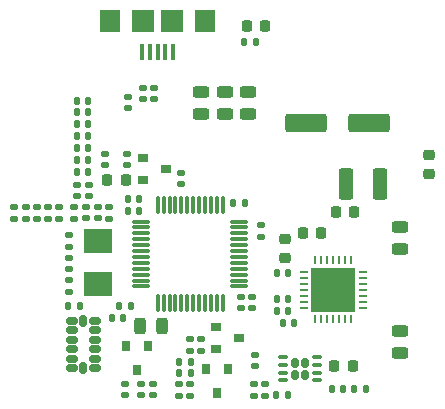
<source format=gtp>
G04 #@! TF.GenerationSoftware,KiCad,Pcbnew,5.99.0-unknown-e8102d85dc~128~ubuntu20.04.1*
G04 #@! TF.CreationDate,2021-05-23T19:45:16-07:00*
G04 #@! TF.ProjectId,Huvud,48757675-642e-46b6-9963-61645f706362,rev?*
G04 #@! TF.SameCoordinates,PXad91980PY876bf80*
G04 #@! TF.FileFunction,Paste,Top*
G04 #@! TF.FilePolarity,Positive*
%FSLAX46Y46*%
G04 Gerber Fmt 4.6, Leading zero omitted, Abs format (unit mm)*
G04 Created by KiCad (PCBNEW 5.99.0-unknown-e8102d85dc~128~ubuntu20.04.1) date 2021-05-23 19:45:16*
%MOMM*%
%LPD*%
G01*
G04 APERTURE LIST*
G04 Aperture macros list*
%AMRoundRect*
0 Rectangle with rounded corners*
0 $1 Rounding radius*
0 $2 $3 $4 $5 $6 $7 $8 $9 X,Y pos of 4 corners*
0 Add a 4 corners polygon primitive as box body*
4,1,4,$2,$3,$4,$5,$6,$7,$8,$9,$2,$3,0*
0 Add four circle primitives for the rounded corners*
1,1,$1+$1,$2,$3*
1,1,$1+$1,$4,$5*
1,1,$1+$1,$6,$7*
1,1,$1+$1,$8,$9*
0 Add four rect primitives between the rounded corners*
20,1,$1+$1,$2,$3,$4,$5,0*
20,1,$1+$1,$4,$5,$6,$7,0*
20,1,$1+$1,$6,$7,$8,$9,0*
20,1,$1+$1,$8,$9,$2,$3,0*%
G04 Aperture macros list end*
%ADD10RoundRect,0.147500X0.172500X-0.147500X0.172500X0.147500X-0.172500X0.147500X-0.172500X-0.147500X0*%
%ADD11RoundRect,0.147500X-0.172500X0.147500X-0.172500X-0.147500X0.172500X-0.147500X0.172500X0.147500X0*%
%ADD12R,2.400000X2.000000*%
%ADD13RoundRect,0.147500X-0.147500X-0.172500X0.147500X-0.172500X0.147500X0.172500X-0.147500X0.172500X0*%
%ADD14RoundRect,0.147500X0.147500X0.172500X-0.147500X0.172500X-0.147500X-0.172500X0.147500X-0.172500X0*%
%ADD15RoundRect,0.075000X-0.662500X-0.075000X0.662500X-0.075000X0.662500X0.075000X-0.662500X0.075000X0*%
%ADD16RoundRect,0.075000X-0.075000X-0.662500X0.075000X-0.662500X0.075000X0.662500X-0.075000X0.662500X0*%
%ADD17RoundRect,0.243750X0.243750X0.456250X-0.243750X0.456250X-0.243750X-0.456250X0.243750X-0.456250X0*%
%ADD18R,0.900000X0.800000*%
%ADD19RoundRect,0.218750X0.218750X0.256250X-0.218750X0.256250X-0.218750X-0.256250X0.218750X-0.256250X0*%
%ADD20RoundRect,0.218750X-0.218750X-0.256250X0.218750X-0.256250X0.218750X0.256250X-0.218750X0.256250X0*%
%ADD21RoundRect,0.243750X-0.456250X0.243750X-0.456250X-0.243750X0.456250X-0.243750X0.456250X0.243750X0*%
%ADD22RoundRect,0.243750X0.456250X-0.243750X0.456250X0.243750X-0.456250X0.243750X-0.456250X-0.243750X0*%
%ADD23R,0.400000X1.350000*%
%ADD24R,1.800000X1.900000*%
%ADD25R,1.900000X1.900000*%
%ADD26R,0.250000X0.800000*%
%ADD27R,0.800000X0.250000*%
%ADD28R,3.700000X3.700000*%
%ADD29R,0.800000X0.900000*%
%ADD30RoundRect,0.172500X-0.172500X-0.242500X0.172500X-0.242500X0.172500X0.242500X-0.172500X0.242500X0*%
%ADD31RoundRect,0.075000X-0.325000X-0.075000X0.325000X-0.075000X0.325000X0.075000X-0.325000X0.075000X0*%
%ADD32RoundRect,0.250000X-0.375000X-1.075000X0.375000X-1.075000X0.375000X1.075000X-0.375000X1.075000X0*%
%ADD33RoundRect,0.218750X0.256250X-0.218750X0.256250X0.218750X-0.256250X0.218750X-0.256250X-0.218750X0*%
%ADD34RoundRect,0.250000X1.500000X0.550000X-1.500000X0.550000X-1.500000X-0.550000X1.500000X-0.550000X0*%
%ADD35RoundRect,0.150000X-0.325000X-0.150000X0.325000X-0.150000X0.325000X0.150000X-0.325000X0.150000X0*%
%ADD36RoundRect,0.150000X-0.150000X-0.325000X0.150000X-0.325000X0.150000X0.325000X-0.150000X0.325000X0*%
G04 APERTURE END LIST*
D10*
X6050000Y16215000D03*
X6050000Y17185000D03*
D11*
X12150000Y8435000D03*
X12150000Y7465000D03*
D12*
X8450000Y16850000D03*
X8450000Y20550000D03*
D13*
X11015000Y23100000D03*
X11985000Y23100000D03*
D14*
X20885000Y23700000D03*
X19915000Y23700000D03*
D13*
X6665000Y28400000D03*
X7635000Y28400000D03*
D11*
X6050000Y20985000D03*
X6050000Y20015000D03*
D14*
X7635000Y32400000D03*
X6665000Y32400000D03*
D15*
X12121100Y22166900D03*
X12121100Y21666900D03*
X12121100Y21166900D03*
X12121100Y20666900D03*
X12121100Y20166900D03*
X12121100Y19666900D03*
X12121100Y19166900D03*
X12121100Y18666900D03*
X12121100Y18166900D03*
X12121100Y17666900D03*
X12121100Y17166900D03*
X12121100Y16666900D03*
D16*
X13533600Y15254400D03*
X14033600Y15254400D03*
X14533600Y15254400D03*
X15033600Y15254400D03*
X15533600Y15254400D03*
X16033600Y15254400D03*
X16533600Y15254400D03*
X17033600Y15254400D03*
X17533600Y15254400D03*
X18033600Y15254400D03*
X18533600Y15254400D03*
X19033600Y15254400D03*
D15*
X20446100Y16666900D03*
X20446100Y17166900D03*
X20446100Y17666900D03*
X20446100Y18166900D03*
X20446100Y18666900D03*
X20446100Y19166900D03*
X20446100Y19666900D03*
X20446100Y20166900D03*
X20446100Y20666900D03*
X20446100Y21166900D03*
X20446100Y21666900D03*
X20446100Y22166900D03*
D16*
X19033600Y23579400D03*
X18533600Y23579400D03*
X18033600Y23579400D03*
X17533600Y23579400D03*
X17033600Y23579400D03*
X16533600Y23579400D03*
X16033600Y23579400D03*
X15533600Y23579400D03*
X15033600Y23579400D03*
X14533600Y23579400D03*
X14033600Y23579400D03*
X13533600Y23579400D03*
D13*
X11015000Y24050000D03*
X11985000Y24050000D03*
D17*
X13937500Y13300000D03*
X12062500Y13300000D03*
D13*
X6665000Y31400000D03*
X7635000Y31400000D03*
D11*
X3300000Y23385000D03*
X3300000Y22415000D03*
D10*
X20550000Y14815000D03*
X20550000Y15785000D03*
X21500000Y14815000D03*
X21500000Y15785000D03*
D13*
X6665000Y29400000D03*
X7635000Y29400000D03*
D14*
X7635000Y30400000D03*
X6665000Y30400000D03*
D10*
X16250000Y11215000D03*
X16250000Y12185000D03*
X21650000Y7435000D03*
X21650000Y8405000D03*
D13*
X28265000Y8000000D03*
X29235000Y8000000D03*
D18*
X18450000Y13250000D03*
X18450000Y11350000D03*
X20450000Y12300000D03*
D10*
X15350000Y7415000D03*
X15350000Y8385000D03*
X22600000Y7435000D03*
X22600000Y8405000D03*
D14*
X24585000Y17800000D03*
X23615000Y17800000D03*
X25085000Y13600000D03*
X24115000Y13600000D03*
D19*
X30187500Y22950000D03*
X28612500Y22950000D03*
D20*
X25812500Y21175000D03*
X27387500Y21175000D03*
D19*
X30037500Y9900000D03*
X28462500Y9900000D03*
D21*
X34050000Y21737500D03*
X34050000Y19862500D03*
D22*
X34050000Y11062500D03*
X34050000Y12937500D03*
D10*
X10750000Y7465000D03*
X10750000Y8435000D03*
D23*
X14825400Y36505800D03*
X14175400Y36505800D03*
X13525400Y36505800D03*
X12875400Y36505800D03*
X12225400Y36505800D03*
D24*
X9525400Y39180800D03*
D25*
X12325400Y39180800D03*
D24*
X17525400Y39180800D03*
D25*
X14725400Y39180800D03*
D10*
X16300000Y7415000D03*
X16300000Y8385000D03*
D14*
X31135000Y8000000D03*
X30165000Y8000000D03*
D10*
X2350000Y22415000D03*
X2350000Y23385000D03*
D11*
X17200000Y12185000D03*
X17200000Y11215000D03*
D26*
X29887800Y18875200D03*
X29387801Y18875200D03*
X28887799Y18875200D03*
X28387800Y18875200D03*
X27887801Y18875200D03*
X27387799Y18875200D03*
X26887800Y18875200D03*
D27*
X25887800Y17875200D03*
X25887800Y17375201D03*
X25887800Y16875199D03*
X25887800Y16375200D03*
X25887800Y15875201D03*
X25887800Y15375199D03*
X25887800Y14875200D03*
D26*
X26887800Y13875200D03*
X27387799Y13875200D03*
X27887801Y13875200D03*
X28387800Y13875200D03*
X28887799Y13875200D03*
X29387801Y13875200D03*
X29887800Y13875200D03*
D27*
X30887800Y14875200D03*
X30887800Y15375199D03*
X30887800Y15875201D03*
X30887800Y16375200D03*
X30887800Y16875199D03*
X30887800Y17375201D03*
X30887800Y17875200D03*
D28*
X28387800Y16375200D03*
D29*
X12750000Y11600000D03*
X10850000Y11600000D03*
X11800000Y9600000D03*
D10*
X7700000Y24315000D03*
X7700000Y25285000D03*
D14*
X7635000Y27400000D03*
X6665000Y27400000D03*
X7635000Y26400000D03*
X6665000Y26400000D03*
X24585000Y15600000D03*
X23615000Y15600000D03*
D13*
X23615000Y14600000D03*
X24585000Y14600000D03*
D30*
X25175000Y9190000D03*
X25175000Y10210000D03*
X26025000Y10210000D03*
X26025000Y9190000D03*
D31*
X24150000Y10675000D03*
X24150000Y10025000D03*
X24150000Y9375000D03*
X24150000Y8725000D03*
X27050000Y10675000D03*
X27050000Y9375000D03*
X27050000Y10025000D03*
X27050000Y8725000D03*
D13*
X23565000Y7450000D03*
X24535000Y7450000D03*
D32*
X29517103Y25327572D03*
X32317103Y25327572D03*
D22*
X19200000Y31262500D03*
X19200000Y33137500D03*
X17200000Y31262500D03*
X17200000Y33137500D03*
X21200000Y31262500D03*
X21200000Y33137500D03*
D33*
X36500000Y26212500D03*
X36500000Y27787500D03*
D10*
X1400000Y22415000D03*
X1400000Y23385000D03*
X9100000Y26915000D03*
X9100000Y27885000D03*
D34*
X31450000Y30500000D03*
X26050000Y30500000D03*
D11*
X6700000Y25285000D03*
X6700000Y24315000D03*
D13*
X9635000Y14020000D03*
X10605000Y14020000D03*
X10265000Y15000000D03*
X11235000Y15000000D03*
D11*
X11000000Y32735000D03*
X11000000Y31765000D03*
D10*
X13250000Y32515000D03*
X13250000Y33485000D03*
X12265000Y32515000D03*
X12265000Y33485000D03*
X13100000Y7465000D03*
X13100000Y8435000D03*
D33*
X24300000Y19112500D03*
X24300000Y20687500D03*
D20*
X21062500Y38750000D03*
X22637500Y38750000D03*
D13*
X20865000Y37350000D03*
X21835000Y37350000D03*
D10*
X9400000Y23385000D03*
X9400000Y22415000D03*
D11*
X6450000Y23385000D03*
X6450000Y22415000D03*
D10*
X7450000Y22425000D03*
X7450000Y23395000D03*
X8440000Y23395000D03*
X8440000Y22425000D03*
X4250000Y22415000D03*
X4250000Y23385000D03*
X5200000Y22415000D03*
X5200000Y23385000D03*
D35*
X6250000Y13750000D03*
X6250000Y12950000D03*
X6250000Y12150000D03*
X6250000Y11350000D03*
X6250000Y10550000D03*
X6250000Y9750000D03*
D36*
X7250000Y9750000D03*
D35*
X8250000Y9750000D03*
X8250000Y10550000D03*
X8250000Y11350000D03*
X8250000Y12150000D03*
X8250000Y12950000D03*
X8250000Y13750000D03*
D36*
X7250000Y13750000D03*
D11*
X10950000Y27885000D03*
X10950000Y26915000D03*
D20*
X9262500Y25700000D03*
X10837500Y25700000D03*
D14*
X6935000Y15050000D03*
X5965000Y15050000D03*
D18*
X12250000Y27550000D03*
X12250000Y25650000D03*
X14250000Y26600000D03*
D29*
X19500000Y9650000D03*
X17600000Y9650000D03*
X18550000Y7650000D03*
D14*
X16335000Y10300000D03*
X15365000Y10300000D03*
D13*
X15365000Y9350000D03*
X16335000Y9350000D03*
D10*
X6050000Y18115000D03*
X6050000Y19085000D03*
X22300000Y20865000D03*
X22300000Y21835000D03*
X15500000Y25315000D03*
X15500000Y26285000D03*
D11*
X21800000Y10885000D03*
X21800000Y9915000D03*
M02*

</source>
